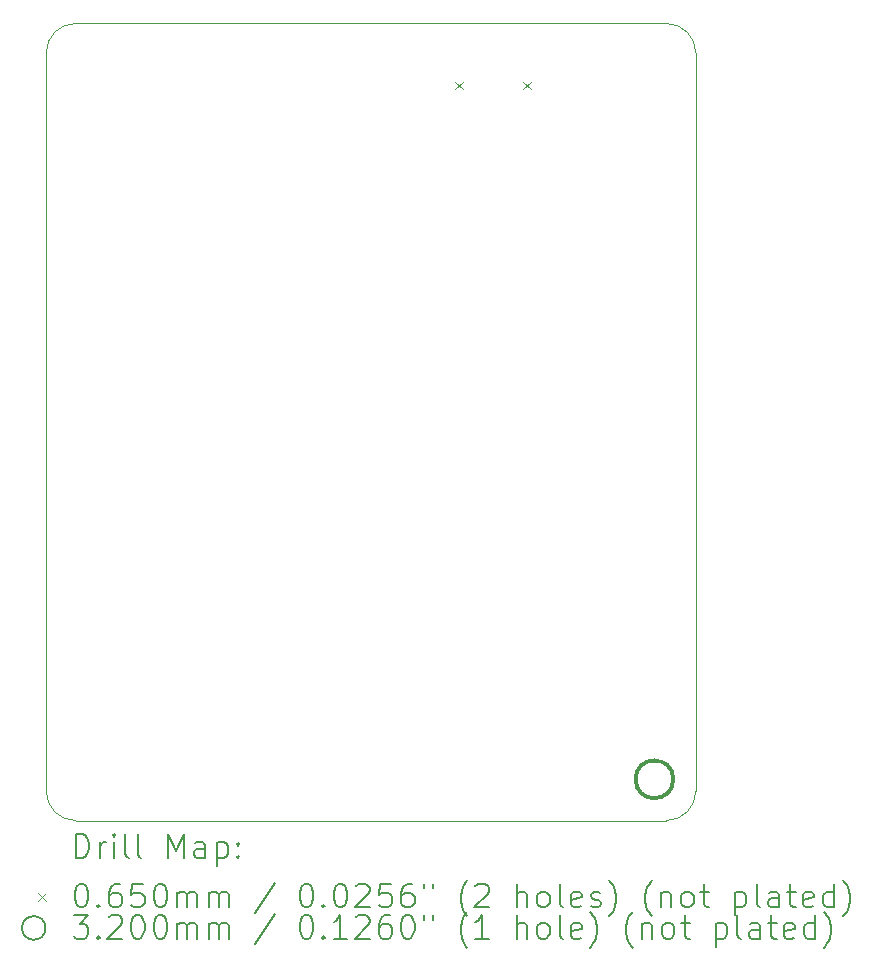
<source format=gbr>
%TF.GenerationSoftware,KiCad,Pcbnew,6.0.9-1.fc36*%
%TF.CreationDate,2022-11-14T14:18:19-03:00*%
%TF.ProjectId,bs_transceiver,62735f74-7261-46e7-9363-65697665722e,Rev 2*%
%TF.SameCoordinates,Original*%
%TF.FileFunction,Drillmap*%
%TF.FilePolarity,Positive*%
%FSLAX45Y45*%
G04 Gerber Fmt 4.5, Leading zero omitted, Abs format (unit mm)*
G04 Created by KiCad (PCBNEW 6.0.9-1.fc36) date 2022-11-14 14:18:19*
%MOMM*%
%LPD*%
G01*
G04 APERTURE LIST*
%ADD10C,0.100000*%
%ADD11C,0.200000*%
%ADD12C,0.065000*%
%ADD13C,0.320000*%
G04 APERTURE END LIST*
D10*
X250000Y0D02*
G75*
G03*
X0Y-250000I0J-250000D01*
G01*
X250000Y-6750000D02*
X5250000Y-6750000D01*
X0Y-250000D02*
X2Y-6500000D01*
X5500000Y-250000D02*
G75*
G03*
X5250000Y0I-250000J0D01*
G01*
X2Y-6500000D02*
G75*
G03*
X250000Y-6750000I249999J-1D01*
G01*
X5250000Y-6750000D02*
G75*
G03*
X5500000Y-6500000I0J250000D01*
G01*
X5250000Y0D02*
X250000Y0D01*
X5500000Y-6500000D02*
X5500000Y-250000D01*
D11*
D12*
X3463100Y-494680D02*
X3528100Y-559680D01*
X3528100Y-494680D02*
X3463100Y-559680D01*
X4041100Y-494680D02*
X4106100Y-559680D01*
X4106100Y-494680D02*
X4041100Y-559680D01*
D13*
X5310000Y-6400000D02*
G75*
G03*
X5310000Y-6400000I-160000J0D01*
G01*
D11*
X252619Y-7065476D02*
X252619Y-6865476D01*
X300238Y-6865476D01*
X328810Y-6875000D01*
X347857Y-6894048D01*
X357381Y-6913095D01*
X366905Y-6951190D01*
X366905Y-6979762D01*
X357381Y-7017857D01*
X347857Y-7036905D01*
X328810Y-7055952D01*
X300238Y-7065476D01*
X252619Y-7065476D01*
X452619Y-7065476D02*
X452619Y-6932143D01*
X452619Y-6970238D02*
X462143Y-6951190D01*
X471667Y-6941667D01*
X490714Y-6932143D01*
X509762Y-6932143D01*
X576429Y-7065476D02*
X576429Y-6932143D01*
X576429Y-6865476D02*
X566905Y-6875000D01*
X576429Y-6884524D01*
X585952Y-6875000D01*
X576429Y-6865476D01*
X576429Y-6884524D01*
X700238Y-7065476D02*
X681190Y-7055952D01*
X671667Y-7036905D01*
X671667Y-6865476D01*
X805000Y-7065476D02*
X785952Y-7055952D01*
X776428Y-7036905D01*
X776428Y-6865476D01*
X1033571Y-7065476D02*
X1033571Y-6865476D01*
X1100238Y-7008333D01*
X1166905Y-6865476D01*
X1166905Y-7065476D01*
X1347857Y-7065476D02*
X1347857Y-6960714D01*
X1338333Y-6941667D01*
X1319286Y-6932143D01*
X1281190Y-6932143D01*
X1262143Y-6941667D01*
X1347857Y-7055952D02*
X1328810Y-7065476D01*
X1281190Y-7065476D01*
X1262143Y-7055952D01*
X1252619Y-7036905D01*
X1252619Y-7017857D01*
X1262143Y-6998809D01*
X1281190Y-6989286D01*
X1328810Y-6989286D01*
X1347857Y-6979762D01*
X1443095Y-6932143D02*
X1443095Y-7132143D01*
X1443095Y-6941667D02*
X1462143Y-6932143D01*
X1500238Y-6932143D01*
X1519286Y-6941667D01*
X1528809Y-6951190D01*
X1538333Y-6970238D01*
X1538333Y-7027381D01*
X1528809Y-7046428D01*
X1519286Y-7055952D01*
X1500238Y-7065476D01*
X1462143Y-7065476D01*
X1443095Y-7055952D01*
X1624048Y-7046428D02*
X1633571Y-7055952D01*
X1624048Y-7065476D01*
X1614524Y-7055952D01*
X1624048Y-7046428D01*
X1624048Y-7065476D01*
X1624048Y-6941667D02*
X1633571Y-6951190D01*
X1624048Y-6960714D01*
X1614524Y-6951190D01*
X1624048Y-6941667D01*
X1624048Y-6960714D01*
D12*
X-70000Y-7362500D02*
X-5000Y-7427500D01*
X-5000Y-7362500D02*
X-70000Y-7427500D01*
D11*
X290714Y-7285476D02*
X309762Y-7285476D01*
X328810Y-7295000D01*
X338333Y-7304524D01*
X347857Y-7323571D01*
X357381Y-7361667D01*
X357381Y-7409286D01*
X347857Y-7447381D01*
X338333Y-7466428D01*
X328810Y-7475952D01*
X309762Y-7485476D01*
X290714Y-7485476D01*
X271667Y-7475952D01*
X262143Y-7466428D01*
X252619Y-7447381D01*
X243095Y-7409286D01*
X243095Y-7361667D01*
X252619Y-7323571D01*
X262143Y-7304524D01*
X271667Y-7295000D01*
X290714Y-7285476D01*
X443095Y-7466428D02*
X452619Y-7475952D01*
X443095Y-7485476D01*
X433571Y-7475952D01*
X443095Y-7466428D01*
X443095Y-7485476D01*
X624048Y-7285476D02*
X585952Y-7285476D01*
X566905Y-7295000D01*
X557381Y-7304524D01*
X538333Y-7333095D01*
X528810Y-7371190D01*
X528810Y-7447381D01*
X538333Y-7466428D01*
X547857Y-7475952D01*
X566905Y-7485476D01*
X605000Y-7485476D01*
X624048Y-7475952D01*
X633571Y-7466428D01*
X643095Y-7447381D01*
X643095Y-7399762D01*
X633571Y-7380714D01*
X624048Y-7371190D01*
X605000Y-7361667D01*
X566905Y-7361667D01*
X547857Y-7371190D01*
X538333Y-7380714D01*
X528810Y-7399762D01*
X824048Y-7285476D02*
X728809Y-7285476D01*
X719286Y-7380714D01*
X728809Y-7371190D01*
X747857Y-7361667D01*
X795476Y-7361667D01*
X814524Y-7371190D01*
X824048Y-7380714D01*
X833571Y-7399762D01*
X833571Y-7447381D01*
X824048Y-7466428D01*
X814524Y-7475952D01*
X795476Y-7485476D01*
X747857Y-7485476D01*
X728809Y-7475952D01*
X719286Y-7466428D01*
X957381Y-7285476D02*
X976428Y-7285476D01*
X995476Y-7295000D01*
X1005000Y-7304524D01*
X1014524Y-7323571D01*
X1024048Y-7361667D01*
X1024048Y-7409286D01*
X1014524Y-7447381D01*
X1005000Y-7466428D01*
X995476Y-7475952D01*
X976428Y-7485476D01*
X957381Y-7485476D01*
X938333Y-7475952D01*
X928809Y-7466428D01*
X919286Y-7447381D01*
X909762Y-7409286D01*
X909762Y-7361667D01*
X919286Y-7323571D01*
X928809Y-7304524D01*
X938333Y-7295000D01*
X957381Y-7285476D01*
X1109762Y-7485476D02*
X1109762Y-7352143D01*
X1109762Y-7371190D02*
X1119286Y-7361667D01*
X1138333Y-7352143D01*
X1166905Y-7352143D01*
X1185952Y-7361667D01*
X1195476Y-7380714D01*
X1195476Y-7485476D01*
X1195476Y-7380714D02*
X1205000Y-7361667D01*
X1224048Y-7352143D01*
X1252619Y-7352143D01*
X1271667Y-7361667D01*
X1281190Y-7380714D01*
X1281190Y-7485476D01*
X1376429Y-7485476D02*
X1376429Y-7352143D01*
X1376429Y-7371190D02*
X1385952Y-7361667D01*
X1405000Y-7352143D01*
X1433571Y-7352143D01*
X1452619Y-7361667D01*
X1462143Y-7380714D01*
X1462143Y-7485476D01*
X1462143Y-7380714D02*
X1471667Y-7361667D01*
X1490714Y-7352143D01*
X1519286Y-7352143D01*
X1538333Y-7361667D01*
X1547857Y-7380714D01*
X1547857Y-7485476D01*
X1938333Y-7275952D02*
X1766905Y-7533095D01*
X2195476Y-7285476D02*
X2214524Y-7285476D01*
X2233571Y-7295000D01*
X2243095Y-7304524D01*
X2252619Y-7323571D01*
X2262143Y-7361667D01*
X2262143Y-7409286D01*
X2252619Y-7447381D01*
X2243095Y-7466428D01*
X2233571Y-7475952D01*
X2214524Y-7485476D01*
X2195476Y-7485476D01*
X2176429Y-7475952D01*
X2166905Y-7466428D01*
X2157381Y-7447381D01*
X2147857Y-7409286D01*
X2147857Y-7361667D01*
X2157381Y-7323571D01*
X2166905Y-7304524D01*
X2176429Y-7295000D01*
X2195476Y-7285476D01*
X2347857Y-7466428D02*
X2357381Y-7475952D01*
X2347857Y-7485476D01*
X2338333Y-7475952D01*
X2347857Y-7466428D01*
X2347857Y-7485476D01*
X2481190Y-7285476D02*
X2500238Y-7285476D01*
X2519286Y-7295000D01*
X2528810Y-7304524D01*
X2538333Y-7323571D01*
X2547857Y-7361667D01*
X2547857Y-7409286D01*
X2538333Y-7447381D01*
X2528810Y-7466428D01*
X2519286Y-7475952D01*
X2500238Y-7485476D01*
X2481190Y-7485476D01*
X2462143Y-7475952D01*
X2452619Y-7466428D01*
X2443095Y-7447381D01*
X2433571Y-7409286D01*
X2433571Y-7361667D01*
X2443095Y-7323571D01*
X2452619Y-7304524D01*
X2462143Y-7295000D01*
X2481190Y-7285476D01*
X2624048Y-7304524D02*
X2633571Y-7295000D01*
X2652619Y-7285476D01*
X2700238Y-7285476D01*
X2719286Y-7295000D01*
X2728810Y-7304524D01*
X2738333Y-7323571D01*
X2738333Y-7342619D01*
X2728810Y-7371190D01*
X2614524Y-7485476D01*
X2738333Y-7485476D01*
X2919286Y-7285476D02*
X2824048Y-7285476D01*
X2814524Y-7380714D01*
X2824048Y-7371190D01*
X2843095Y-7361667D01*
X2890714Y-7361667D01*
X2909762Y-7371190D01*
X2919286Y-7380714D01*
X2928809Y-7399762D01*
X2928809Y-7447381D01*
X2919286Y-7466428D01*
X2909762Y-7475952D01*
X2890714Y-7485476D01*
X2843095Y-7485476D01*
X2824048Y-7475952D01*
X2814524Y-7466428D01*
X3100238Y-7285476D02*
X3062143Y-7285476D01*
X3043095Y-7295000D01*
X3033571Y-7304524D01*
X3014524Y-7333095D01*
X3005000Y-7371190D01*
X3005000Y-7447381D01*
X3014524Y-7466428D01*
X3024048Y-7475952D01*
X3043095Y-7485476D01*
X3081190Y-7485476D01*
X3100238Y-7475952D01*
X3109762Y-7466428D01*
X3119286Y-7447381D01*
X3119286Y-7399762D01*
X3109762Y-7380714D01*
X3100238Y-7371190D01*
X3081190Y-7361667D01*
X3043095Y-7361667D01*
X3024048Y-7371190D01*
X3014524Y-7380714D01*
X3005000Y-7399762D01*
X3195476Y-7285476D02*
X3195476Y-7323571D01*
X3271667Y-7285476D02*
X3271667Y-7323571D01*
X3566905Y-7561667D02*
X3557381Y-7552143D01*
X3538333Y-7523571D01*
X3528809Y-7504524D01*
X3519286Y-7475952D01*
X3509762Y-7428333D01*
X3509762Y-7390238D01*
X3519286Y-7342619D01*
X3528809Y-7314048D01*
X3538333Y-7295000D01*
X3557381Y-7266428D01*
X3566905Y-7256905D01*
X3633571Y-7304524D02*
X3643095Y-7295000D01*
X3662143Y-7285476D01*
X3709762Y-7285476D01*
X3728809Y-7295000D01*
X3738333Y-7304524D01*
X3747857Y-7323571D01*
X3747857Y-7342619D01*
X3738333Y-7371190D01*
X3624048Y-7485476D01*
X3747857Y-7485476D01*
X3985952Y-7485476D02*
X3985952Y-7285476D01*
X4071667Y-7485476D02*
X4071667Y-7380714D01*
X4062143Y-7361667D01*
X4043095Y-7352143D01*
X4014524Y-7352143D01*
X3995476Y-7361667D01*
X3985952Y-7371190D01*
X4195476Y-7485476D02*
X4176428Y-7475952D01*
X4166905Y-7466428D01*
X4157381Y-7447381D01*
X4157381Y-7390238D01*
X4166905Y-7371190D01*
X4176428Y-7361667D01*
X4195476Y-7352143D01*
X4224048Y-7352143D01*
X4243095Y-7361667D01*
X4252619Y-7371190D01*
X4262143Y-7390238D01*
X4262143Y-7447381D01*
X4252619Y-7466428D01*
X4243095Y-7475952D01*
X4224048Y-7485476D01*
X4195476Y-7485476D01*
X4376429Y-7485476D02*
X4357381Y-7475952D01*
X4347857Y-7456905D01*
X4347857Y-7285476D01*
X4528810Y-7475952D02*
X4509762Y-7485476D01*
X4471667Y-7485476D01*
X4452619Y-7475952D01*
X4443095Y-7456905D01*
X4443095Y-7380714D01*
X4452619Y-7361667D01*
X4471667Y-7352143D01*
X4509762Y-7352143D01*
X4528810Y-7361667D01*
X4538333Y-7380714D01*
X4538333Y-7399762D01*
X4443095Y-7418809D01*
X4614524Y-7475952D02*
X4633571Y-7485476D01*
X4671667Y-7485476D01*
X4690714Y-7475952D01*
X4700238Y-7456905D01*
X4700238Y-7447381D01*
X4690714Y-7428333D01*
X4671667Y-7418809D01*
X4643095Y-7418809D01*
X4624048Y-7409286D01*
X4614524Y-7390238D01*
X4614524Y-7380714D01*
X4624048Y-7361667D01*
X4643095Y-7352143D01*
X4671667Y-7352143D01*
X4690714Y-7361667D01*
X4766905Y-7561667D02*
X4776429Y-7552143D01*
X4795476Y-7523571D01*
X4805000Y-7504524D01*
X4814524Y-7475952D01*
X4824048Y-7428333D01*
X4824048Y-7390238D01*
X4814524Y-7342619D01*
X4805000Y-7314048D01*
X4795476Y-7295000D01*
X4776429Y-7266428D01*
X4766905Y-7256905D01*
X5128810Y-7561667D02*
X5119286Y-7552143D01*
X5100238Y-7523571D01*
X5090714Y-7504524D01*
X5081190Y-7475952D01*
X5071667Y-7428333D01*
X5071667Y-7390238D01*
X5081190Y-7342619D01*
X5090714Y-7314048D01*
X5100238Y-7295000D01*
X5119286Y-7266428D01*
X5128810Y-7256905D01*
X5205000Y-7352143D02*
X5205000Y-7485476D01*
X5205000Y-7371190D02*
X5214524Y-7361667D01*
X5233571Y-7352143D01*
X5262143Y-7352143D01*
X5281190Y-7361667D01*
X5290714Y-7380714D01*
X5290714Y-7485476D01*
X5414524Y-7485476D02*
X5395476Y-7475952D01*
X5385952Y-7466428D01*
X5376429Y-7447381D01*
X5376429Y-7390238D01*
X5385952Y-7371190D01*
X5395476Y-7361667D01*
X5414524Y-7352143D01*
X5443095Y-7352143D01*
X5462143Y-7361667D01*
X5471667Y-7371190D01*
X5481190Y-7390238D01*
X5481190Y-7447381D01*
X5471667Y-7466428D01*
X5462143Y-7475952D01*
X5443095Y-7485476D01*
X5414524Y-7485476D01*
X5538333Y-7352143D02*
X5614524Y-7352143D01*
X5566905Y-7285476D02*
X5566905Y-7456905D01*
X5576429Y-7475952D01*
X5595476Y-7485476D01*
X5614524Y-7485476D01*
X5833571Y-7352143D02*
X5833571Y-7552143D01*
X5833571Y-7361667D02*
X5852619Y-7352143D01*
X5890714Y-7352143D01*
X5909762Y-7361667D01*
X5919286Y-7371190D01*
X5928809Y-7390238D01*
X5928809Y-7447381D01*
X5919286Y-7466428D01*
X5909762Y-7475952D01*
X5890714Y-7485476D01*
X5852619Y-7485476D01*
X5833571Y-7475952D01*
X6043095Y-7485476D02*
X6024048Y-7475952D01*
X6014524Y-7456905D01*
X6014524Y-7285476D01*
X6205000Y-7485476D02*
X6205000Y-7380714D01*
X6195476Y-7361667D01*
X6176428Y-7352143D01*
X6138333Y-7352143D01*
X6119286Y-7361667D01*
X6205000Y-7475952D02*
X6185952Y-7485476D01*
X6138333Y-7485476D01*
X6119286Y-7475952D01*
X6109762Y-7456905D01*
X6109762Y-7437857D01*
X6119286Y-7418809D01*
X6138333Y-7409286D01*
X6185952Y-7409286D01*
X6205000Y-7399762D01*
X6271667Y-7352143D02*
X6347857Y-7352143D01*
X6300238Y-7285476D02*
X6300238Y-7456905D01*
X6309762Y-7475952D01*
X6328809Y-7485476D01*
X6347857Y-7485476D01*
X6490714Y-7475952D02*
X6471667Y-7485476D01*
X6433571Y-7485476D01*
X6414524Y-7475952D01*
X6405000Y-7456905D01*
X6405000Y-7380714D01*
X6414524Y-7361667D01*
X6433571Y-7352143D01*
X6471667Y-7352143D01*
X6490714Y-7361667D01*
X6500238Y-7380714D01*
X6500238Y-7399762D01*
X6405000Y-7418809D01*
X6671667Y-7485476D02*
X6671667Y-7285476D01*
X6671667Y-7475952D02*
X6652619Y-7485476D01*
X6614524Y-7485476D01*
X6595476Y-7475952D01*
X6585952Y-7466428D01*
X6576428Y-7447381D01*
X6576428Y-7390238D01*
X6585952Y-7371190D01*
X6595476Y-7361667D01*
X6614524Y-7352143D01*
X6652619Y-7352143D01*
X6671667Y-7361667D01*
X6747857Y-7561667D02*
X6757381Y-7552143D01*
X6776428Y-7523571D01*
X6785952Y-7504524D01*
X6795476Y-7475952D01*
X6805000Y-7428333D01*
X6805000Y-7390238D01*
X6795476Y-7342619D01*
X6785952Y-7314048D01*
X6776428Y-7295000D01*
X6757381Y-7266428D01*
X6747857Y-7256905D01*
X-5000Y-7659000D02*
G75*
G03*
X-5000Y-7659000I-100000J0D01*
G01*
X233571Y-7549476D02*
X357381Y-7549476D01*
X290714Y-7625667D01*
X319286Y-7625667D01*
X338333Y-7635190D01*
X347857Y-7644714D01*
X357381Y-7663762D01*
X357381Y-7711381D01*
X347857Y-7730428D01*
X338333Y-7739952D01*
X319286Y-7749476D01*
X262143Y-7749476D01*
X243095Y-7739952D01*
X233571Y-7730428D01*
X443095Y-7730428D02*
X452619Y-7739952D01*
X443095Y-7749476D01*
X433571Y-7739952D01*
X443095Y-7730428D01*
X443095Y-7749476D01*
X528810Y-7568524D02*
X538333Y-7559000D01*
X557381Y-7549476D01*
X605000Y-7549476D01*
X624048Y-7559000D01*
X633571Y-7568524D01*
X643095Y-7587571D01*
X643095Y-7606619D01*
X633571Y-7635190D01*
X519286Y-7749476D01*
X643095Y-7749476D01*
X766905Y-7549476D02*
X785952Y-7549476D01*
X805000Y-7559000D01*
X814524Y-7568524D01*
X824048Y-7587571D01*
X833571Y-7625667D01*
X833571Y-7673286D01*
X824048Y-7711381D01*
X814524Y-7730428D01*
X805000Y-7739952D01*
X785952Y-7749476D01*
X766905Y-7749476D01*
X747857Y-7739952D01*
X738333Y-7730428D01*
X728809Y-7711381D01*
X719286Y-7673286D01*
X719286Y-7625667D01*
X728809Y-7587571D01*
X738333Y-7568524D01*
X747857Y-7559000D01*
X766905Y-7549476D01*
X957381Y-7549476D02*
X976428Y-7549476D01*
X995476Y-7559000D01*
X1005000Y-7568524D01*
X1014524Y-7587571D01*
X1024048Y-7625667D01*
X1024048Y-7673286D01*
X1014524Y-7711381D01*
X1005000Y-7730428D01*
X995476Y-7739952D01*
X976428Y-7749476D01*
X957381Y-7749476D01*
X938333Y-7739952D01*
X928809Y-7730428D01*
X919286Y-7711381D01*
X909762Y-7673286D01*
X909762Y-7625667D01*
X919286Y-7587571D01*
X928809Y-7568524D01*
X938333Y-7559000D01*
X957381Y-7549476D01*
X1109762Y-7749476D02*
X1109762Y-7616143D01*
X1109762Y-7635190D02*
X1119286Y-7625667D01*
X1138333Y-7616143D01*
X1166905Y-7616143D01*
X1185952Y-7625667D01*
X1195476Y-7644714D01*
X1195476Y-7749476D01*
X1195476Y-7644714D02*
X1205000Y-7625667D01*
X1224048Y-7616143D01*
X1252619Y-7616143D01*
X1271667Y-7625667D01*
X1281190Y-7644714D01*
X1281190Y-7749476D01*
X1376429Y-7749476D02*
X1376429Y-7616143D01*
X1376429Y-7635190D02*
X1385952Y-7625667D01*
X1405000Y-7616143D01*
X1433571Y-7616143D01*
X1452619Y-7625667D01*
X1462143Y-7644714D01*
X1462143Y-7749476D01*
X1462143Y-7644714D02*
X1471667Y-7625667D01*
X1490714Y-7616143D01*
X1519286Y-7616143D01*
X1538333Y-7625667D01*
X1547857Y-7644714D01*
X1547857Y-7749476D01*
X1938333Y-7539952D02*
X1766905Y-7797095D01*
X2195476Y-7549476D02*
X2214524Y-7549476D01*
X2233571Y-7559000D01*
X2243095Y-7568524D01*
X2252619Y-7587571D01*
X2262143Y-7625667D01*
X2262143Y-7673286D01*
X2252619Y-7711381D01*
X2243095Y-7730428D01*
X2233571Y-7739952D01*
X2214524Y-7749476D01*
X2195476Y-7749476D01*
X2176429Y-7739952D01*
X2166905Y-7730428D01*
X2157381Y-7711381D01*
X2147857Y-7673286D01*
X2147857Y-7625667D01*
X2157381Y-7587571D01*
X2166905Y-7568524D01*
X2176429Y-7559000D01*
X2195476Y-7549476D01*
X2347857Y-7730428D02*
X2357381Y-7739952D01*
X2347857Y-7749476D01*
X2338333Y-7739952D01*
X2347857Y-7730428D01*
X2347857Y-7749476D01*
X2547857Y-7749476D02*
X2433571Y-7749476D01*
X2490714Y-7749476D02*
X2490714Y-7549476D01*
X2471667Y-7578048D01*
X2452619Y-7597095D01*
X2433571Y-7606619D01*
X2624048Y-7568524D02*
X2633571Y-7559000D01*
X2652619Y-7549476D01*
X2700238Y-7549476D01*
X2719286Y-7559000D01*
X2728810Y-7568524D01*
X2738333Y-7587571D01*
X2738333Y-7606619D01*
X2728810Y-7635190D01*
X2614524Y-7749476D01*
X2738333Y-7749476D01*
X2909762Y-7549476D02*
X2871667Y-7549476D01*
X2852619Y-7559000D01*
X2843095Y-7568524D01*
X2824048Y-7597095D01*
X2814524Y-7635190D01*
X2814524Y-7711381D01*
X2824048Y-7730428D01*
X2833571Y-7739952D01*
X2852619Y-7749476D01*
X2890714Y-7749476D01*
X2909762Y-7739952D01*
X2919286Y-7730428D01*
X2928809Y-7711381D01*
X2928809Y-7663762D01*
X2919286Y-7644714D01*
X2909762Y-7635190D01*
X2890714Y-7625667D01*
X2852619Y-7625667D01*
X2833571Y-7635190D01*
X2824048Y-7644714D01*
X2814524Y-7663762D01*
X3052619Y-7549476D02*
X3071667Y-7549476D01*
X3090714Y-7559000D01*
X3100238Y-7568524D01*
X3109762Y-7587571D01*
X3119286Y-7625667D01*
X3119286Y-7673286D01*
X3109762Y-7711381D01*
X3100238Y-7730428D01*
X3090714Y-7739952D01*
X3071667Y-7749476D01*
X3052619Y-7749476D01*
X3033571Y-7739952D01*
X3024048Y-7730428D01*
X3014524Y-7711381D01*
X3005000Y-7673286D01*
X3005000Y-7625667D01*
X3014524Y-7587571D01*
X3024048Y-7568524D01*
X3033571Y-7559000D01*
X3052619Y-7549476D01*
X3195476Y-7549476D02*
X3195476Y-7587571D01*
X3271667Y-7549476D02*
X3271667Y-7587571D01*
X3566905Y-7825667D02*
X3557381Y-7816143D01*
X3538333Y-7787571D01*
X3528809Y-7768524D01*
X3519286Y-7739952D01*
X3509762Y-7692333D01*
X3509762Y-7654238D01*
X3519286Y-7606619D01*
X3528809Y-7578048D01*
X3538333Y-7559000D01*
X3557381Y-7530428D01*
X3566905Y-7520905D01*
X3747857Y-7749476D02*
X3633571Y-7749476D01*
X3690714Y-7749476D02*
X3690714Y-7549476D01*
X3671667Y-7578048D01*
X3652619Y-7597095D01*
X3633571Y-7606619D01*
X3985952Y-7749476D02*
X3985952Y-7549476D01*
X4071667Y-7749476D02*
X4071667Y-7644714D01*
X4062143Y-7625667D01*
X4043095Y-7616143D01*
X4014524Y-7616143D01*
X3995476Y-7625667D01*
X3985952Y-7635190D01*
X4195476Y-7749476D02*
X4176428Y-7739952D01*
X4166905Y-7730428D01*
X4157381Y-7711381D01*
X4157381Y-7654238D01*
X4166905Y-7635190D01*
X4176428Y-7625667D01*
X4195476Y-7616143D01*
X4224048Y-7616143D01*
X4243095Y-7625667D01*
X4252619Y-7635190D01*
X4262143Y-7654238D01*
X4262143Y-7711381D01*
X4252619Y-7730428D01*
X4243095Y-7739952D01*
X4224048Y-7749476D01*
X4195476Y-7749476D01*
X4376429Y-7749476D02*
X4357381Y-7739952D01*
X4347857Y-7720905D01*
X4347857Y-7549476D01*
X4528810Y-7739952D02*
X4509762Y-7749476D01*
X4471667Y-7749476D01*
X4452619Y-7739952D01*
X4443095Y-7720905D01*
X4443095Y-7644714D01*
X4452619Y-7625667D01*
X4471667Y-7616143D01*
X4509762Y-7616143D01*
X4528810Y-7625667D01*
X4538333Y-7644714D01*
X4538333Y-7663762D01*
X4443095Y-7682809D01*
X4605000Y-7825667D02*
X4614524Y-7816143D01*
X4633571Y-7787571D01*
X4643095Y-7768524D01*
X4652619Y-7739952D01*
X4662143Y-7692333D01*
X4662143Y-7654238D01*
X4652619Y-7606619D01*
X4643095Y-7578048D01*
X4633571Y-7559000D01*
X4614524Y-7530428D01*
X4605000Y-7520905D01*
X4966905Y-7825667D02*
X4957381Y-7816143D01*
X4938333Y-7787571D01*
X4928810Y-7768524D01*
X4919286Y-7739952D01*
X4909762Y-7692333D01*
X4909762Y-7654238D01*
X4919286Y-7606619D01*
X4928810Y-7578048D01*
X4938333Y-7559000D01*
X4957381Y-7530428D01*
X4966905Y-7520905D01*
X5043095Y-7616143D02*
X5043095Y-7749476D01*
X5043095Y-7635190D02*
X5052619Y-7625667D01*
X5071667Y-7616143D01*
X5100238Y-7616143D01*
X5119286Y-7625667D01*
X5128810Y-7644714D01*
X5128810Y-7749476D01*
X5252619Y-7749476D02*
X5233571Y-7739952D01*
X5224048Y-7730428D01*
X5214524Y-7711381D01*
X5214524Y-7654238D01*
X5224048Y-7635190D01*
X5233571Y-7625667D01*
X5252619Y-7616143D01*
X5281190Y-7616143D01*
X5300238Y-7625667D01*
X5309762Y-7635190D01*
X5319286Y-7654238D01*
X5319286Y-7711381D01*
X5309762Y-7730428D01*
X5300238Y-7739952D01*
X5281190Y-7749476D01*
X5252619Y-7749476D01*
X5376429Y-7616143D02*
X5452619Y-7616143D01*
X5405000Y-7549476D02*
X5405000Y-7720905D01*
X5414524Y-7739952D01*
X5433571Y-7749476D01*
X5452619Y-7749476D01*
X5671667Y-7616143D02*
X5671667Y-7816143D01*
X5671667Y-7625667D02*
X5690714Y-7616143D01*
X5728809Y-7616143D01*
X5747857Y-7625667D01*
X5757381Y-7635190D01*
X5766905Y-7654238D01*
X5766905Y-7711381D01*
X5757381Y-7730428D01*
X5747857Y-7739952D01*
X5728809Y-7749476D01*
X5690714Y-7749476D01*
X5671667Y-7739952D01*
X5881190Y-7749476D02*
X5862143Y-7739952D01*
X5852619Y-7720905D01*
X5852619Y-7549476D01*
X6043095Y-7749476D02*
X6043095Y-7644714D01*
X6033571Y-7625667D01*
X6014524Y-7616143D01*
X5976428Y-7616143D01*
X5957381Y-7625667D01*
X6043095Y-7739952D02*
X6024048Y-7749476D01*
X5976428Y-7749476D01*
X5957381Y-7739952D01*
X5947857Y-7720905D01*
X5947857Y-7701857D01*
X5957381Y-7682809D01*
X5976428Y-7673286D01*
X6024048Y-7673286D01*
X6043095Y-7663762D01*
X6109762Y-7616143D02*
X6185952Y-7616143D01*
X6138333Y-7549476D02*
X6138333Y-7720905D01*
X6147857Y-7739952D01*
X6166905Y-7749476D01*
X6185952Y-7749476D01*
X6328809Y-7739952D02*
X6309762Y-7749476D01*
X6271667Y-7749476D01*
X6252619Y-7739952D01*
X6243095Y-7720905D01*
X6243095Y-7644714D01*
X6252619Y-7625667D01*
X6271667Y-7616143D01*
X6309762Y-7616143D01*
X6328809Y-7625667D01*
X6338333Y-7644714D01*
X6338333Y-7663762D01*
X6243095Y-7682809D01*
X6509762Y-7749476D02*
X6509762Y-7549476D01*
X6509762Y-7739952D02*
X6490714Y-7749476D01*
X6452619Y-7749476D01*
X6433571Y-7739952D01*
X6424048Y-7730428D01*
X6414524Y-7711381D01*
X6414524Y-7654238D01*
X6424048Y-7635190D01*
X6433571Y-7625667D01*
X6452619Y-7616143D01*
X6490714Y-7616143D01*
X6509762Y-7625667D01*
X6585952Y-7825667D02*
X6595476Y-7816143D01*
X6614524Y-7787571D01*
X6624048Y-7768524D01*
X6633571Y-7739952D01*
X6643095Y-7692333D01*
X6643095Y-7654238D01*
X6633571Y-7606619D01*
X6624048Y-7578048D01*
X6614524Y-7559000D01*
X6595476Y-7530428D01*
X6585952Y-7520905D01*
M02*

</source>
